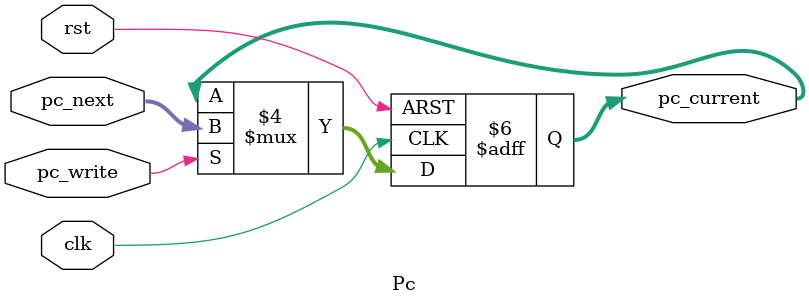
<source format=v>
module Pc (
    input wire       clk,
    input wire       rst,
    input wire       pc_write,
    input wire [7:0] pc_next,
    output reg [7:0] pc_current
);

always @(posedge clk or negedge rst ) 
begin
    if(!rst)
    begin
        pc_current <= 8'd0; 
    end
    else if(pc_write)
    begin
        pc_current<=pc_next;
    end
    else
    pc_current <= pc_current; //stall
end
    
endmodule
</source>
